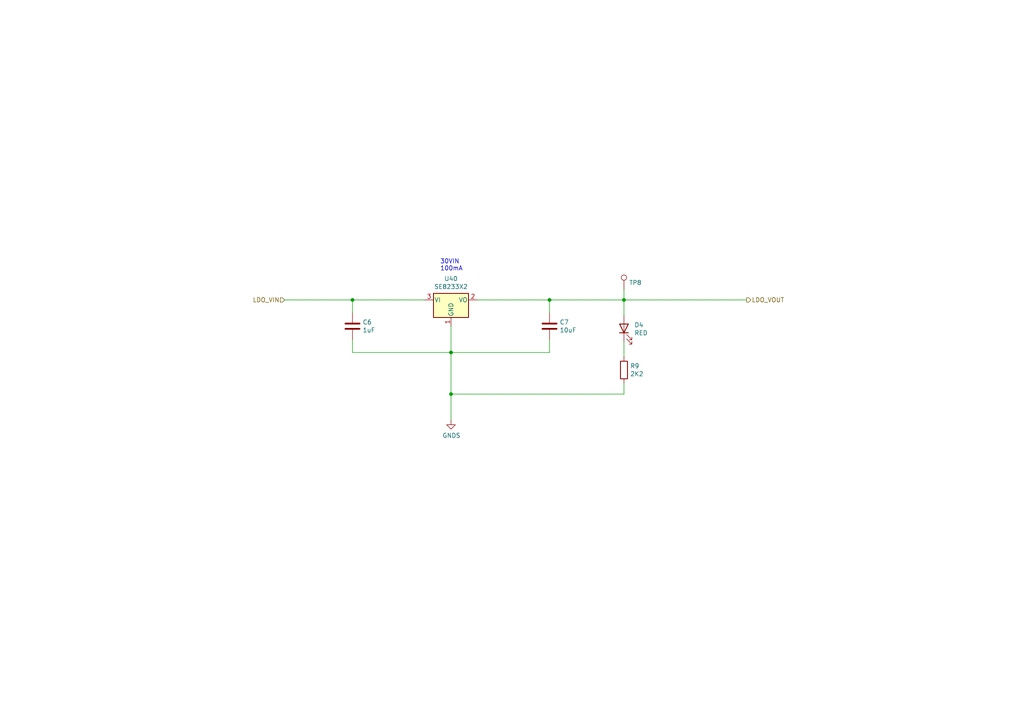
<source format=kicad_sch>
(kicad_sch (version 20211123) (generator eeschema)
  (paper "A4")
  (title_block (title "PSU - LDO 3.3V @ 100mA") (date "2021-06-05") (rev "A") (company "Created by C Sutton"))
  (lib_symbols
    (symbol "Connector:TestPoint" (pin_numbers hide) (pin_names (offset 0.762) hide)
      (property "Reference" "TP" (at 0 6.858 0))
      (property "Value" "TestPoint" (at 0 5.08 0))
      (symbol "TestPoint_0_1"
        (circle (center 0 3.302) (radius 0.762))
      )
      (symbol "TestPoint_1_1"
        (pin passive line (at 0 0 90) (length 2.54) (name "1") (number "1"))
      )
    )
    (symbol "Device:C" (pin_numbers hide) (pin_names (offset 0.254))
      (property "Reference" "C" (at 0.635 2.54 0))
      (property "Value" "C" (at 0.635 -2.54 0))
      (symbol "C_0_1"
        (polyline (pts (xy -2.032 -0.762) (xy 2.032 -0.762)) (stroke (width 0.508)))
        (polyline (pts (xy -2.032 0.762) (xy 2.032 0.762)) (stroke (width 0.508)))
      )
      (symbol "C_1_1"
        (pin passive line (at 0 3.81 270) (length 2.794) (name "~") (number "1"))
        (pin passive line (at 0 -3.81 90) (length 2.794) (name "~") (number "2"))
      )
    )
    (symbol "Device:LED" (pin_numbers hide) (pin_names (offset 1.016) hide)
      (property "Reference" "D" (at 0 2.54 0))
      (property "Value" "LED" (at 0 -2.54 0))
      (symbol "LED_0_1"
        (polyline (pts (xy -1.27 -1.27) (xy -1.27 1.27)) (stroke (width 0.254)))
        (polyline (pts (xy -1.27 0) (xy 1.27 0)))
        (polyline (pts (xy 1.27 -1.27) (xy 1.27 1.27) (xy -1.27 0) (xy 1.27 -1.27)) (stroke (width 0.254)))
        (polyline (pts (xy -3.048 -0.762) (xy -4.572 -2.286) (xy -3.81 -2.286) (xy -4.572 -2.286) (xy -4.572 -1.524)))
        (polyline (pts (xy -1.778 -0.762) (xy -3.302 -2.286) (xy -2.54 -2.286) (xy -3.302 -2.286) (xy -3.302 -1.524)))
      )
      (symbol "LED_1_1"
        (pin passive line (at -3.81 0 0) (length 2.54) (name "K") (number "1"))
        (pin passive line (at 3.81 0 180) (length 2.54) (name "A") (number "2"))
      )
    )
    (symbol "Device:R" (pin_numbers hide) (pin_names (offset 0))
      (property "Reference" "R" (at 2.032 0 90))
      (property "Value" "R" (at 0 0 90))
      (symbol "R_0_1"
        (rectangle (start -1.016 -2.54) (end 1.016 2.54) (stroke (width 0.254)))
      )
      (symbol "R_1_1"
        (pin passive line (at 0 3.81 270) (length 1.27) (name "~") (number "1"))
        (pin passive line (at 0 -3.81 90) (length 1.27) (name "~") (number "2"))
      )
    )
    (symbol "Regulator_Linear:MCP1700-3302E_SOT23" (pin_names (offset 0.254))
      (property "Reference" "U" (at -3.81 3.175 0))
      (property "Value" "MCP1700-3302E_SOT23" (at 0 3.175 0))
      (symbol "MCP1700-3302E_SOT23_0_1"
        (rectangle (start -5.08 1.905) (end 5.08 -5.08) (stroke (width 0.254)) (fill (type background)))
      )
      (symbol "MCP1700-3302E_SOT23_1_1"
        (pin power_in line (at 0 -7.62 90) (length 2.54) (name "GND") (number "1"))
        (pin power_out line (at 7.62 0 180) (length 2.54) (name "VO") (number "2"))
        (pin power_in line (at -7.62 0 0) (length 2.54) (name "VI") (number "3"))
      )
    )
    (symbol "power:GNDS" (power) (pin_names (offset 0))
      (property "Value" "GNDS" (at 0 -3.81 0))
      (symbol "GNDS_0_1"
        (polyline (pts (xy 0 0) (xy 0 -1.27) (xy 1.27 -1.27) (xy 0 -2.54) (xy -1.27 -1.27) (xy 0 -1.27)))
      )
      (symbol "GNDS_1_1"
        (pin power_in line (at 0 0 270) (length 0) hide (name "GNDS") (number "1"))
      )
    )
  )
  (junction (at 130.81 114.3))
  (junction (at 102.235 86.995))
  (junction (at 130.81 102.235))
  (junction (at 180.975 86.995))
  (junction (at 159.385 86.995))
  (wire (pts (xy 159.385 90.805) (xy 159.385 86.995)))
  (wire (pts (xy 130.81 114.3) (xy 130.81 121.92)))
  (wire (pts (xy 159.385 86.995) (xy 180.975 86.995)))
  (wire (pts (xy 130.81 102.235) (xy 130.81 114.3)))
  (wire (pts (xy 180.975 103.505) (xy 180.975 99.06)))
  (wire (pts (xy 159.385 98.425) (xy 159.385 102.235)))
  (wire (pts (xy 102.235 102.235) (xy 130.81 102.235)))
  (wire (pts (xy 102.235 86.995) (xy 82.55 86.995)))
  (wire (pts (xy 130.81 94.615) (xy 130.81 102.235)))
  (wire (pts (xy 180.975 111.125) (xy 180.975 114.3)))
  (wire (pts (xy 123.19 86.995) (xy 102.235 86.995)))
  (wire (pts (xy 102.235 98.425) (xy 102.235 102.235)))
  (wire (pts (xy 159.385 102.235) (xy 130.81 102.235)))
  (wire (pts (xy 180.975 91.44) (xy 180.975 86.995)))
  (wire (pts (xy 180.975 86.995) (xy 216.535 86.995)))
  (wire (pts (xy 138.43 86.995) (xy 159.385 86.995)))
  (wire (pts (xy 180.975 86.995) (xy 180.975 83.82)))
  (wire (pts (xy 180.975 114.3) (xy 130.81 114.3)))
  (wire (pts (xy 102.235 90.805) (xy 102.235 86.995)))
  (text "30VIN\n100mA" (at 127.635 78.74 0) (effects (font (size 1.27 1.27)) (justify left bottom)))
  (hierarchical_label "LDO_VIN" (shape input) (at 82.55 86.995 180))
  (hierarchical_label "LDO_VOUT" (shape output) (at 216.535 86.995 0))
  (symbol (lib_id "Regulator_Linear:MCP1700-3302E_SOT23") (at 130.81 86.995 0) (unit 1)
    (property "Reference" "U40" (at 130.81 80.8482 0))
    (property "Value" "SE8233X2" (at 130.81 83.1596 0))
    (property "Footprint" "Package_TO_SOT_SMD:SOT-23" (effects hide))
    (property "Datasheet" "http://ww1.microchip.com/downloads/en/DeviceDoc/20001826D.pdf" (effects hide))
    (property "LcscNo" "C437587" (effects hide))
  )
  (symbol (lib_id "power:GNDS") (at 130.81 121.92 0) (unit 1)
    (property "Reference" "#PWR0109" (effects hide))
    (property "Value" "GNDS" (at 130.937 126.3142 0))
  )
  (symbol (lib_id "Device:C") (at 102.235 94.615 0) (unit 1)
    (property "Reference" "C6" (at 105.156 93.4466 0) (effects (justify left)))
    (property "Value" "1uF" (at 105.156 95.758 0) (effects (justify left)))
    (property "Footprint" "Capacitor_SMD:C_0805_2012Metric_Pad1.18x1.45mm_HandSolder" (effects hide))
  )
  (symbol (lib_id "Device:C") (at 159.385 94.615 0) (unit 1)
    (property "Reference" "C7" (at 162.306 93.4466 0) (effects (justify left)))
    (property "Value" "10uF" (at 162.306 95.758 0) (effects (justify left)))
    (property "Footprint" "Capacitor_SMD:C_0805_2012Metric_Pad1.18x1.45mm_HandSolder" (effects hide))
  )
  (symbol (lib_id "Device:LED") (at 180.975 95.25 90) (unit 1)
    (property "Reference" "D4" (at 183.9722 94.2594 90) (effects (justify right)))
    (property "Value" "RED" (at 183.9722 96.5708 90) (effects (justify right)))
    (property "Footprint" "LED_SMD:LED_0805_2012Metric_Pad1.15x1.40mm_HandSolder" (effects hide))
    (property "LcscNo" "C2293" (effects hide))
  )
  (symbol (lib_id "Device:R") (at 180.975 107.315 0) (unit 1)
    (property "Reference" "R9" (at 182.753 106.1466 0) (effects (justify left)))
    (property "Value" "2K2" (at 182.753 108.458 0) (effects (justify left)))
    (property "Footprint" "Resistor_SMD:R_0805_2012Metric_Pad1.20x1.40mm_HandSolder" (effects hide))
  )
  (symbol (lib_id "Connector:TestPoint") (at 180.975 83.82 0) (unit 1)
    (property "Reference" "TP8" (at 182.4482 81.9912 0) (effects (justify left)))
    (property "Value" "TestPoint" (effects hide))
    (property "Footprint" "TestPoint:TestPoint_Pad_D1.0mm" (effects hide))
  )
)
</source>
